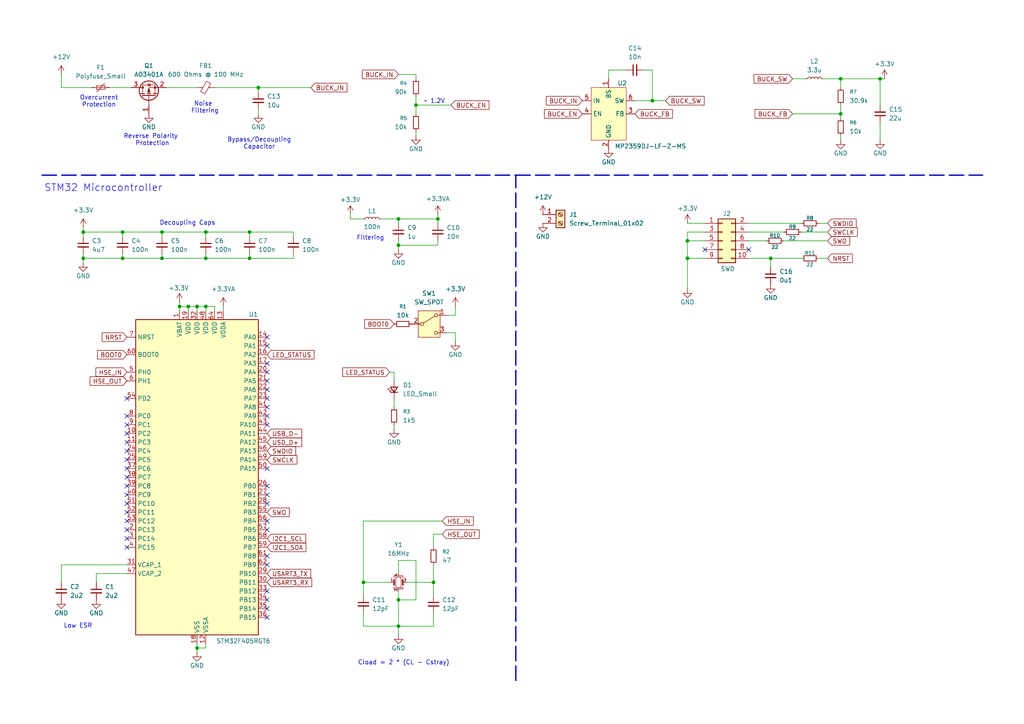
<source format=kicad_sch>
(kicad_sch (version 20250114) (generator "eeschema") (generator_version "9.0")
  (paper "A4")
  (title_block (title "STM32F405RGT6 Simple Test Board") (date "2025-11-04") (rev "1.0") (company "@Lendzeg - Nelson Rodriguez"))
  (lib_symbols
    (symbol "Connector:Screw_Terminal_01x02" (pin_names (offset 1.016) (hide yes))
      (property "Reference" "J" (at 0 2.54 0))
      (property "Value" "Screw_Terminal_01x02" (at 0 -5.08 0))
      (symbol "Screw_Terminal_01x02_1_1"
        (rectangle (start -1.27 1.27) (end 1.27 -3.81) (stroke (width 0.254)) (fill (type background)))
        (polyline (pts (xy -0.5334 0.3302) (xy 0.3302 -0.508)) (stroke (width 0.1524)))
        (polyline (pts (xy -0.5334 -2.2098) (xy 0.3302 -3.048)) (stroke (width 0.1524)))
        (polyline (pts (xy -0.3556 0.508) (xy 0.508 -0.3302)) (stroke (width 0.1524)))
        (polyline (pts (xy -0.3556 -2.032) (xy 0.508 -2.8702)) (stroke (width 0.1524)))
        (circle (center 0 0) (radius 0.635) (stroke (width 0.1524)))
        (circle (center 0 -2.54) (radius 0.635) (stroke (width 0.1524)))
        (pin passive line (at -5.08 0 0) (length 3.81) (name "Pin_1") (number "1"))
        (pin passive line (at -5.08 -2.54 0) (length 3.81) (name "Pin_2") (number "2"))
      )
    )
    (symbol "Connector_Generic:Conn_02x05_Odd_Even" (pin_names (offset 1.016) (hide yes))
      (property "Reference" "J" (at 1.27 7.62 0))
      (property "Value" "Conn_02x05_Odd_Even" (at 1.27 -7.62 0))
      (symbol "Conn_02x05_Odd_Even_1_1"
        (rectangle (start -1.27 6.35) (end 3.81 -6.35) (stroke (width 0.254)) (fill (type background)))
        (rectangle (start -1.27 5.207) (end 0 4.953) (stroke (width 0.1524)))
        (rectangle (start -1.27 2.667) (end 0 2.413) (stroke (width 0.1524)))
        (rectangle (start -1.27 0.127) (end 0 -0.127) (stroke (width 0.1524)))
        (rectangle (start -1.27 -2.413) (end 0 -2.667) (stroke (width 0.1524)))
        (rectangle (start -1.27 -4.953) (end 0 -5.207) (stroke (width 0.1524)))
        (rectangle (start 3.81 5.207) (end 2.54 4.953) (stroke (width 0.1524)))
        (rectangle (start 3.81 2.667) (end 2.54 2.413) (stroke (width 0.1524)))
        (rectangle (start 3.81 0.127) (end 2.54 -0.127) (stroke (width 0.1524)))
        (rectangle (start 3.81 -2.413) (end 2.54 -2.667) (stroke (width 0.1524)))
        (rectangle (start 3.81 -4.953) (end 2.54 -5.207) (stroke (width 0.1524)))
        (pin passive line (at -5.08 5.08 0) (length 3.81) (name "Pin_1") (number "1"))
        (pin passive line (at -5.08 2.54 0) (length 3.81) (name "Pin_3") (number "3"))
        (pin passive line (at -5.08 0 0) (length 3.81) (name "Pin_5") (number "5"))
        (pin passive line (at -5.08 -2.54 0) (length 3.81) (name "Pin_7") (number "7"))
        (pin passive line (at -5.08 -5.08 0) (length 3.81) (name "Pin_9") (number "9"))
        (pin passive line (at 7.62 5.08 180) (length 3.81) (name "Pin_2") (number "2"))
        (pin passive line (at 7.62 2.54 180) (length 3.81) (name "Pin_4") (number "4"))
        (pin passive line (at 7.62 0 180) (length 3.81) (name "Pin_6") (number "6"))
        (pin passive line (at 7.62 -2.54 180) (length 3.81) (name "Pin_8") (number "8"))
        (pin passive line (at 7.62 -5.08 180) (length 3.81) (name "Pin_10") (number "10"))
      )
    )
    (symbol "Device:C_Small" (pin_numbers (hide yes)) (pin_names (offset 0.254) (hide yes))
      (property "Reference" "C" (at 0.254 1.778 0))
      (property "Value" "C_Small" (at 0.254 -2.032 0))
      (symbol "C_Small_0_1"
        (polyline (pts (xy -1.524 0.508) (xy 1.524 0.508)) (stroke (width 0.3048)))
        (polyline (pts (xy -1.524 -0.508) (xy 1.524 -0.508)) (stroke (width 0.3302)))
      )
      (symbol "C_Small_1_1"
        (pin passive line (at 0 2.54 270) (length 2.032) (name "~") (number "1"))
        (pin passive line (at 0 -2.54 90) (length 2.032) (name "~") (number "2"))
      )
    )
    (symbol "Device:Crystal_GND24_Small" (pin_names (offset 1.016) (hide yes))
      (property "Reference" "Y" (at 1.27 4.445 0))
      (property "Value" "Crystal_GND24_Small" (at 1.27 2.54 0))
      (symbol "Crystal_GND24_Small_0_1"
        (polyline (pts (xy -1.27 1.27) (xy -1.27 1.905) (xy 1.27 1.905) (xy 1.27 1.27)))
        (polyline (pts (xy -1.27 -0.762) (xy -1.27 0.762)) (stroke (width 0.381)))
        (polyline (pts (xy -1.27 -1.27) (xy -1.27 -1.905) (xy 1.27 -1.905) (xy 1.27 -1.27)))
        (rectangle (start -0.762 -1.524) (end 0.762 1.524))
        (polyline (pts (xy 1.27 -0.762) (xy 1.27 0.762)) (stroke (width 0.381)))
      )
      (symbol "Crystal_GND24_Small_1_1"
        (pin passive line (at -2.54 0 0) (length 1.27) (name "1") (number "1"))
        (pin passive line (at 0 2.54 270) (length 0.635) (name "4") (number "4"))
        (pin passive line (at 0 -2.54 90) (length 0.635) (name "2") (number "2"))
        (pin passive line (at 2.54 0 180) (length 1.27) (name "3") (number "3"))
      )
    )
    (symbol "Device:FerriteBead_Small" (pin_numbers (hide yes)) (pin_names (offset 0))
      (property "Reference" "FB" (at 1.905 1.27 0))
      (property "Value" "FerriteBead_Small" (at 1.905 -1.27 0))
      (symbol "FerriteBead_Small_0_1"
        (polyline (pts (xy -1.8288 0.2794) (xy -1.1176 1.4986) (xy 1.8288 -0.2032) (xy 1.1176 -1.4224) (xy -1.8288 0.2794)))
        (polyline (pts (xy 0 0.889) (xy 0 1.2954)))
        (polyline (pts (xy 0 -1.27) (xy 0 -0.7874)))
      )
      (symbol "FerriteBead_Small_1_1"
        (pin passive line (at 0 2.54 270) (length 1.27) (name "~") (number "1"))
        (pin passive line (at 0 -2.54 90) (length 1.27) (name "~") (number "2"))
      )
    )
    (symbol "Device:LED_Small" (pin_numbers (hide yes)) (pin_names (offset 0.254) (hide yes))
      (property "Reference" "D" (at -1.27 3.175 0))
      (property "Value" "LED_Small" (at -4.445 -2.54 0))
      (symbol "LED_Small_0_1"
        (polyline (pts (xy -0.762 -1.016) (xy -0.762 1.016)) (stroke (width 0.254)))
        (polyline (pts (xy 0 0.762) (xy -0.508 1.27) (xy -0.254 1.27) (xy -0.508 1.27) (xy -0.508 1.016)))
        (polyline (pts (xy 0.508 1.27) (xy 0 1.778) (xy 0.254 1.778) (xy 0 1.778) (xy 0 1.524)))
        (polyline (pts (xy 0.762 -1.016) (xy -0.762 0) (xy 0.762 1.016) (xy 0.762 -1.016)) (stroke (width 0.254)))
        (polyline (pts (xy 1.016 0) (xy -0.762 0)))
      )
      (symbol "LED_Small_1_1"
        (pin passive line (at -2.54 0 0) (length 1.778) (name "K") (number "1"))
        (pin passive line (at 2.54 0 180) (length 1.778) (name "A") (number "2"))
      )
    )
    (symbol "Device:L_Small" (pin_numbers (hide yes)) (pin_names (offset 0.254) (hide yes))
      (property "Reference" "L" (at 0.762 1.016 0))
      (property "Value" "L_Small" (at 0.762 -1.016 0))
      (symbol "L_Small_0_1"
        (arc (start 0 2.032) (mid 0.5058 1.524) (end 0 1.016))
        (arc (start 0 1.016) (mid 0.5058 0.508) (end 0 0))
        (arc (start 0 0) (mid 0.5058 -0.508) (end 0 -1.016))
        (arc (start 0 -1.016) (mid 0.5058 -1.524) (end 0 -2.032))
      )
      (symbol "L_Small_1_1"
        (pin passive line (at 0 2.54 270) (length 0.508) (name "~") (number "1"))
        (pin passive line (at 0 -2.54 90) (length 0.508) (name "~") (number "2"))
      )
    )
    (symbol "Device:Polyfuse_Small" (pin_numbers (hide yes)) (pin_names (offset 0))
      (property "Reference" "F" (at -1.905 0 90))
      (property "Value" "Polyfuse_Small" (at 1.905 0 90))
      (symbol "Polyfuse_Small_0_1"
        (polyline (pts (xy -1.016 1.27) (xy -1.016 0.762) (xy 1.016 -0.762) (xy 1.016 -1.27)))
        (rectangle (start -0.508 1.27) (end 0.508 -1.27))
        (polyline (pts (xy 0 2.54) (xy 0 -2.54)))
      )
      (symbol "Polyfuse_Small_1_1"
        (pin passive line (at 0 2.54 270) (length 0.635) (name "~") (number "1"))
        (pin passive line (at 0 -2.54 90) (length 0.635) (name "~") (number "2"))
      )
    )
    (symbol "Device:R_Small" (pin_numbers (hide yes)) (pin_names (offset 0.254) (hide yes))
      (property "Reference" "R" (at 0 0 90))
      (property "Value" "R_Small" (at 1.778 0 90))
      (symbol "R_Small_0_1"
        (rectangle (start -0.762 1.778) (end 0.762 -1.778) (stroke (width 0.2032)))
      )
      (symbol "R_Small_1_1"
        (pin passive line (at 0 2.54 270) (length 0.762) (name "~") (number "1"))
        (pin passive line (at 0 -2.54 90) (length 0.762) (name "~") (number "2"))
      )
    )
    (symbol "Lendzeg_Converters:MP2359DJ-LF-Z-MS"
      (property "Reference" "U" (at 11.684 5.08 0))
      (property "Value" "MP2359DJ-LF-Z-MS" (at 19.558 -13.208 0))
      (symbol "MP2359DJ-LF-Z-MS_1_1"
        (rectangle (start 2.54 3.81) (end 12.7 -11.43) (stroke (width 0.127) (color 132 0 0 1)) (fill (type color) (color 255 255 194 1)))
        (pin input line (at 0 0 0) (length 2.54) (name "IN") (number "5"))
        (pin input line (at 0 -3.81 0) (length 2.54) (name "EN") (number "4"))
        (pin input line (at 7.62 6.35 270) (length 2.54) (name "BS") (number "1"))
        (pin power_in line (at 7.62 -13.97 90) (length 2.54) (name "GND") (number "2"))
        (pin output line (at 15.24 0 180) (length 2.54) (name "SW") (number "6"))
        (pin input line (at 15.24 -3.81 180) (length 2.54) (name "FB") (number "3"))
      )
    )
    (symbol "MCU_ST_STM32F4:STM32F405RGTx"
      (property "Reference" "U" (at -17.78 46.99 0))
      (property "Value" "STM32F405RGTx" (at 10.16 46.99 0))
      (symbol "STM32F405RGTx_0_1"
        (rectangle (start -17.78 -45.72) (end 17.78 45.72) (stroke (width 0.254)) (fill (type background)))
      )
      (symbol "STM32F405RGTx_1_1"
        (pin input line (at -20.32 40.64 0) (length 2.54) (name "NRST") (number "7"))
        (pin input line (at -20.32 35.56 0) (length 2.54) (name "BOOT0") (number "60"))
        (pin bidirectional line (at -20.32 30.48 0) (length 2.54) (name "PH0") (number "5"))
        (pin bidirectional line (at -20.32 27.94 0) (length 2.54) (name "PH1") (number "6"))
        (pin bidirectional line (at -20.32 22.86 0) (length 2.54) (name "PD2") (number "54"))
        (pin bidirectional line (at -20.32 17.78 0) (length 2.54) (name "PC0") (number "8"))
        (pin bidirectional line (at -20.32 15.24 0) (length 2.54) (name "PC1") (number "9"))
        (pin bidirectional line (at -20.32 12.7 0) (length 2.54) (name "PC2") (number "10"))
        (pin bidirectional line (at -20.32 10.16 0) (length 2.54) (name "PC3") (number "11"))
        (pin bidirectional line (at -20.32 7.62 0) (length 2.54) (name "PC4") (number "24"))
        (pin bidirectional line (at -20.32 5.08 0) (length 2.54) (name "PC5") (number "25"))
        (pin bidirectional line (at -20.32 2.54 0) (length 2.54) (name "PC6") (number "37"))
        (pin bidirectional line (at -20.32 0 0) (length 2.54) (name "PC7") (number "38"))
        (pin bidirectional line (at -20.32 -2.54 0) (length 2.54) (name "PC8") (number "39"))
        (pin bidirectional line (at -20.32 -5.08 0) (length 2.54) (name "PC9") (number "40"))
        (pin bidirectional line (at -20.32 -7.62 0) (length 2.54) (name "PC10") (number "51"))
        (pin bidirectional line (at -20.32 -10.16 0) (length 2.54) (name "PC11") (number "52"))
        (pin bidirectional line (at -20.32 -12.7 0) (length 2.54) (name "PC12") (number "53"))
        (pin bidirectional line (at -20.32 -15.24 0) (length 2.54) (name "PC13") (number "2"))
        (pin bidirectional line (at -20.32 -17.78 0) (length 2.54) (name "PC14") (number "3"))
        (pin bidirectional line (at -20.32 -20.32 0) (length 2.54) (name "PC15") (number "4"))
        (pin power_out line (at -20.32 -25.4 0) (length 2.54) (name "VCAP_1") (number "31"))
        (pin power_out line (at -20.32 -27.94 0) (length 2.54) (name "VCAP_2") (number "47"))
        (pin power_in line (at -5.08 48.26 270) (length 2.54) (name "VBAT") (number "1"))
        (pin power_in line (at -2.54 48.26 270) (length 2.54) (name "VDD") (number "19"))
        (pin power_in line (at 0 48.26 270) (length 2.54) (name "VDD") (number "32"))
        (pin power_in line (at 0 -48.26 90) (length 2.54) (name "VSS") (number "18"))
        (pin passive line (at 0 -48.26 90) (length 2.54) (hide yes) (name "VSS") (number "63"))
        (pin power_in line (at 2.54 48.26 270) (length 2.54) (name "VDD") (number "48"))
        (pin power_in line (at 2.54 -48.26 90) (length 2.54) (name "VSSA") (number "12"))
        (pin power_in line (at 5.08 48.26 270) (length 2.54) (name "VDD") (number "64"))
        (pin power_in line (at 7.62 48.26 270) (length 2.54) (name "VDDA") (number "13"))
        (pin bidirectional line (at 20.32 40.64 180) (length 2.54) (name "PA0") (number "14"))
        (pin bidirectional line (at 20.32 38.1 180) (length 2.54) (name "PA1") (number "15"))
        (pin bidirectional line (at 20.32 35.56 180) (length 2.54) (name "PA2") (number "16"))
        (pin bidirectional line (at 20.32 33.02 180) (length 2.54) (name "PA3") (number "17"))
        (pin bidirectional line (at 20.32 30.48 180) (length 2.54) (name "PA4") (number "20"))
        (pin bidirectional line (at 20.32 27.94 180) (length 2.54) (name "PA5") (number "21"))
        (pin bidirectional line (at 20.32 25.4 180) (length 2.54) (name "PA6") (number "22"))
        (pin bidirectional line (at 20.32 22.86 180) (length 2.54) (name "PA7") (number "23"))
        (pin bidirectional line (at 20.32 20.32 180) (length 2.54) (name "PA8") (number "41"))
        (pin bidirectional line (at 20.32 17.78 180) (length 2.54) (name "PA9") (number "42"))
        (pin bidirectional line (at 20.32 15.24 180) (length 2.54) (name "PA10") (number "43"))
        (pin bidirectional line (at 20.32 12.7 180) (length 2.54) (name "PA11") (number "44"))
        (pin bidirectional line (at 20.32 10.16 180) (length 2.54) (name "PA12") (number "45"))
        (pin bidirectional line (at 20.32 7.62 180) (length 2.54) (name "PA13") (number "46"))
        (pin bidirectional line (at 20.32 5.08 180) (length 2.54) (name "PA14") (number "49"))
        (pin bidirectional line (at 20.32 2.54 180) (length 2.54) (name "PA15") (number "50"))
        (pin bidirectional line (at 20.32 -2.54 180) (length 2.54) (name "PB0") (number "26"))
        (pin bidirectional line (at 20.32 -5.08 180) (length 2.54) (name "PB1") (number "27"))
        (pin bidirectional line (at 20.32 -7.62 180) (length 2.54) (name "PB2") (number "28"))
        (pin bidirectional line (at 20.32 -10.16 180) (length 2.54) (name "PB3") (number "55"))
        (pin bidirectional line (at 20.32 -12.7 180) (length 2.54) (name "PB4") (number "56"))
        (pin bidirectional line (at 20.32 -15.24 180) (length 2.54) (name "PB5") (number "57"))
        (pin bidirectional line (at 20.32 -17.78 180) (length 2.54) (name "PB6") (number "58"))
        (pin bidirectional line (at 20.32 -20.32 180) (length 2.54) (name "PB7") (number "59"))
        (pin bidirectional line (at 20.32 -22.86 180) (length 2.54) (name "PB8") (number "61"))
        (pin bidirectional line (at 20.32 -25.4 180) (length 2.54) (name "PB9") (number "62"))
        (pin bidirectional line (at 20.32 -27.94 180) (length 2.54) (name "PB10") (number "29"))
        (pin bidirectional line (at 20.32 -30.48 180) (length 2.54) (name "PB11") (number "30"))
        (pin bidirectional line (at 20.32 -33.02 180) (length 2.54) (name "PB12") (number "33"))
        (pin bidirectional line (at 20.32 -35.56 180) (length 2.54) (name "PB13") (number "34"))
        (pin bidirectional line (at 20.32 -38.1 180) (length 2.54) (name "PB14") (number "35"))
        (pin bidirectional line (at 20.32 -40.64 180) (length 2.54) (name "PB15") (number "36"))
      )
    )
    (symbol "Switch:SW_SPDT" (pin_names (offset 0) (hide yes))
      (property "Reference" "SW" (at 0 5.08 0))
      (property "Value" "SW_SPDT" (at 0 -5.08 0))
      (symbol "SW_SPDT_0_1"
        (circle (center -2.032 0) (radius 0.4572))
        (polyline (pts (xy -1.651 0.254) (xy 1.651 2.286)))
        (circle (center 2.032 2.54) (radius 0.4572))
        (circle (center 2.032 -2.54) (radius 0.4572))
      )
      (symbol "SW_SPDT_1_1"
        (rectangle (start -3.175 3.81) (end 3.175 -3.81) (fill (type background)))
        (pin passive line (at -5.08 0 0) (length 2.54) (name "B") (number "2"))
        (pin passive line (at 5.08 2.54 180) (length 2.54) (name "A") (number "1"))
        (pin passive line (at 5.08 -2.54 180) (length 2.54) (name "C") (number "3"))
      )
    )
    (symbol "Transistor_FET:AO3401A" (pin_names (hide yes))
      (property "Reference" "Q" (at 5.08 1.905 0))
      (property "Value" "AO3401A" (at 5.08 0 0))
      (symbol "AO3401A_0_1"
        (polyline (pts (xy 0.254 1.905) (xy 0.254 -1.905)) (stroke (width 0.254)))
        (polyline (pts (xy 0.254 0) (xy -2.54 0)))
        (polyline (pts (xy 0.762 2.286) (xy 0.762 1.27)) (stroke (width 0.254)))
        (polyline (pts (xy 0.762 1.778) (xy 3.302 1.778) (xy 3.302 -1.778) (xy 0.762 -1.778)))
        (polyline (pts (xy 0.762 0.508) (xy 0.762 -0.508)) (stroke (width 0.254)))
        (polyline (pts (xy 0.762 -1.27) (xy 0.762 -2.286)) (stroke (width 0.254)))
        (circle (center 1.651 0) (radius 2.794) (stroke (width 0.254)))
        (polyline (pts (xy 2.286 0) (xy 1.27 0.381) (xy 1.27 -0.381) (xy 2.286 0)) (fill (type outline)))
        (polyline (pts (xy 2.54 2.54) (xy 2.54 1.778)))
        (circle (center 2.54 1.778) (radius 0.254) (fill (type outline)))
        (circle (center 2.54 -1.778) (radius 0.254) (fill (type outline)))
        (polyline (pts (xy 2.54 -2.54) (xy 2.54 0) (xy 0.762 0)))
        (polyline (pts (xy 2.794 -0.508) (xy 2.921 -0.381) (xy 3.683 -0.381) (xy 3.81 -0.254)))
        (polyline (pts (xy 3.302 -0.381) (xy 2.921 0.254) (xy 3.683 0.254) (xy 3.302 -0.381)))
      )
      (symbol "AO3401A_1_1"
        (pin input line (at -5.08 0 0) (length 2.54) (name "G") (number "1"))
        (pin passive line (at 2.54 5.08 270) (length 2.54) (name "D") (number "3"))
        (pin passive line (at 2.54 -5.08 90) (length 2.54) (name "S") (number "2"))
      )
    )
    (symbol "power:+12V" (power) (pin_numbers (hide yes)) (pin_names (offset 0) (hide yes))
      (property "Value" "+12V" (at 0 3.556 0))
      (symbol "+12V_0_1"
        (polyline (pts (xy -0.762 1.27) (xy 0 2.54)))
        (polyline (pts (xy 0 2.54) (xy 0.762 1.27)))
        (polyline (pts (xy 0 0) (xy 0 2.54)))
      )
      (symbol "+12V_1_1"
        (pin power_in line (at 0 0 90) (length 0) (name "~") (number "1"))
      )
    )
    (symbol "power:+3.3V" (power) (pin_numbers (hide yes)) (pin_names (offset 0) (hide yes))
      (property "Value" "+3.3V" (at 0 3.556 0))
      (symbol "+3.3V_0_1"
        (polyline (pts (xy -0.762 1.27) (xy 0 2.54)))
        (polyline (pts (xy 0 2.54) (xy 0.762 1.27)))
        (polyline (pts (xy 0 0) (xy 0 2.54)))
      )
      (symbol "+3.3V_1_1"
        (pin power_in line (at 0 0 90) (length 0) (name "~") (number "1"))
      )
    )
    (symbol "power:+3.3VA" (power) (pin_numbers (hide yes)) (pin_names (offset 0) (hide yes))
      (property "Value" "+3.3VA" (at 0 3.556 0))
      (symbol "+3.3VA_0_1"
        (polyline (pts (xy -0.762 1.27) (xy 0 2.54)))
        (polyline (pts (xy 0 2.54) (xy 0.762 1.27)))
        (polyline (pts (xy 0 0) (xy 0 2.54)))
      )
      (symbol "+3.3VA_1_1"
        (pin power_in line (at 0 0 90) (length 0) (name "~") (number "1"))
      )
    )
    (symbol "power:GND" (power) (pin_numbers (hide yes)) (pin_names (offset 0) (hide yes))
      (property "Value" "GND" (at 0 -3.81 0))
      (symbol "GND_0_1"
        (polyline (pts (xy 0 0) (xy 0 -1.27) (xy 1.27 -1.27) (xy 0 -2.54) (xy -1.27 -1.27) (xy 0 -1.27)))
      )
      (symbol "GND_1_1"
        (pin power_in line (at 0 0 270) (length 0) (name "~") (number "1"))
      )
    )
  )
  (text "STM32 Microcontroller" (at 29.972 54.61 0) (effects (font (size 2.032 2.032))))
  (text "Low ESR" (at 22.606 181.61 0) (effects (font (size 1.27 1.27))))
  (text "Overcurrent\nProtection" (at 28.702 29.464 0) (effects (font (size 1.27 1.27))))
  (text "Bypass/Decoupling\nCapacitor" (at 75.184 41.656 0) (effects (font (size 1.27 1.27))))
  (text "~ 1.2V" (at 125.984 29.464 0) (effects (font (size 1.27 1.27))))
  (text "Decoupling Caps" (at 54.356 64.77 0) (effects (font (size 1.27 1.27))))
  (text "Filtering" (at 107.442 69.088 0) (effects (font (size 1.27 1.27))))
  (text "Cload = 2 * (CL - Cstray)" (at 117.094 192.278 0) (effects (font (size 1.27 1.27))))
  (text "Noise \nFiltering" (at 59.436 31.242 0) (effects (font (size 1.27 1.27))))
  (text "Reverse Polarity \nProtection" (at 44.196 40.64 0) (effects (font (size 1.27 1.27))))
  (junction (at 46.99 67.31))
  (junction (at 243.84 33.02))
  (junction (at 24.13 74.93))
  (junction (at 189.23 29.21))
  (junction (at 243.84 22.86))
  (junction (at 35.56 67.31))
  (junction (at 72.39 74.93))
  (junction (at 105.41 168.91))
  (junction (at 199.39 74.93))
  (junction (at 52.07 88.9))
  (junction (at 46.99 74.93))
  (junction (at 115.57 181.61))
  (junction (at 115.57 71.12))
  (junction (at 115.57 173.99))
  (junction (at 72.39 67.31))
  (junction (at 59.69 88.9))
  (junction (at 59.69 74.93))
  (junction (at 125.73 168.91))
  (junction (at 127 63.5))
  (junction (at 24.13 67.31))
  (junction (at 54.61 88.9))
  (junction (at 59.69 67.31))
  (junction (at 115.57 63.5))
  (junction (at 223.52 74.93))
  (junction (at 199.39 69.85))
  (junction (at 74.93 25.4))
  (junction (at 120.65 30.48))
  (junction (at 57.15 187.96))
  (junction (at 255.27 22.86))
  (junction (at 57.15 88.9))
  (junction (at 35.56 74.93))
  (no_connect (at 36.83 146.05))
  (no_connect (at 77.47 161.29))
  (no_connect (at 36.83 138.43))
  (no_connect (at 77.47 107.95))
  (no_connect (at 36.83 125.73))
  (no_connect (at 36.83 135.89))
  (no_connect (at 36.83 115.57))
  (no_connect (at 36.83 133.35))
  (no_connect (at 77.47 146.05))
  (no_connect (at 77.47 140.97))
  (no_connect (at 77.47 135.89))
  (no_connect (at 36.83 128.27))
  (no_connect (at 77.47 105.41))
  (no_connect (at 77.47 110.49))
  (no_connect (at 77.47 113.03))
  (no_connect (at 36.83 123.19))
  (no_connect (at 77.47 120.65))
  (no_connect (at 36.83 120.65))
  (no_connect (at 77.47 163.83))
  (no_connect (at 36.83 151.13))
  (no_connect (at 77.47 171.45))
  (no_connect (at 36.83 140.97))
  (no_connect (at 36.83 158.75))
  (no_connect (at 77.47 173.99))
  (no_connect (at 77.47 115.57))
  (no_connect (at 77.47 176.53))
  (no_connect (at 36.83 153.67))
  (no_connect (at 77.47 143.51))
  (no_connect (at 77.47 151.13))
  (no_connect (at 77.47 118.11))
  (no_connect (at 77.47 123.19))
  (no_connect (at 204.47 72.39))
  (no_connect (at 217.17 72.39))
  (no_connect (at 36.83 130.81))
  (no_connect (at 77.47 100.33))
  (no_connect (at 77.47 179.07))
  (no_connect (at 36.83 148.59))
  (no_connect (at 36.83 143.51))
  (no_connect (at 36.83 156.21))
  (no_connect (at 77.47 153.67))
  (no_connect (at 77.47 97.79))
  (polyline (pts (xy 149.606 197.358) (xy 149.606 50.8)) (stroke (width 0.381) (type dash)))
  (wire (pts (xy 57.15 187.96) (xy 57.15 189.23)))
  (wire (pts (xy 57.15 186.69) (xy 57.15 187.96)))
  (wire (pts (xy 24.13 66.04) (xy 24.13 67.31)))
  (wire (pts (xy 72.39 73.66) (xy 72.39 74.93)))
  (wire (pts (xy 238.76 22.86) (xy 243.84 22.86)))
  (wire (pts (xy 125.73 154.94) (xy 128.27 154.94)))
  (wire (pts (xy 204.47 69.85) (xy 199.39 69.85)))
  (wire (pts (xy 255.27 22.86) (xy 256.54 22.86)))
  (wire (pts (xy 189.23 20.32) (xy 189.23 29.21)))
  (wire (pts (xy 120.65 30.48) (xy 130.81 30.48)))
  (wire (pts (xy 57.15 88.9) (xy 59.69 88.9)))
  (wire (pts (xy 243.84 40.64) (xy 243.84 39.37)))
  (wire (pts (xy 59.69 186.69) (xy 59.69 187.96)))
  (wire (pts (xy 59.69 68.58) (xy 59.69 67.31)))
  (wire (pts (xy 176.53 20.32) (xy 181.61 20.32)))
  (wire (pts (xy 35.56 67.31) (xy 46.99 67.31)))
  (wire (pts (xy 217.17 74.93) (xy 223.52 74.93)))
  (wire (pts (xy 232.41 67.31) (xy 240.03 67.31)))
  (wire (pts (xy 132.08 91.44) (xy 132.08 88.9)))
  (wire (pts (xy 59.69 187.96) (xy 57.15 187.96)))
  (wire (pts (xy 115.57 69.85) (xy 115.57 71.12)))
  (wire (pts (xy 204.47 64.77) (xy 199.39 64.77)))
  (wire (pts (xy 115.57 166.37) (xy 115.57 162.56)))
  (wire (pts (xy 120.65 21.59) (xy 120.65 22.86)))
  (wire (pts (xy 115.57 71.12) (xy 115.57 72.39)))
  (polyline (pts (xy 149.606 50.8) (xy 284.988 50.8)) (stroke (width 0.381) (type dash)))
  (wire (pts (xy 120.65 173.99) (xy 115.57 173.99)))
  (wire (pts (xy 74.93 31.75) (xy 74.93 33.02)))
  (wire (pts (xy 31.75 25.4) (xy 38.1 25.4)))
  (wire (pts (xy 46.99 68.58) (xy 46.99 67.31)))
  (wire (pts (xy 199.39 74.93) (xy 199.39 83.82)))
  (wire (pts (xy 46.99 73.66) (xy 46.99 74.93)))
  (wire (pts (xy 223.52 77.47) (xy 223.52 74.93)))
  (wire (pts (xy 243.84 22.86) (xy 243.84 25.4)))
  (wire (pts (xy 52.07 88.9) (xy 52.07 90.17)))
  (wire (pts (xy 72.39 67.31) (xy 85.09 67.31)))
  (wire (pts (xy 62.23 25.4) (xy 74.93 25.4)))
  (wire (pts (xy 118.11 168.91) (xy 125.73 168.91)))
  (wire (pts (xy 35.56 74.93) (xy 35.56 73.66)))
  (wire (pts (xy 24.13 73.66) (xy 24.13 74.93)))
  (wire (pts (xy 186.69 20.32) (xy 189.23 20.32)))
  (wire (pts (xy 243.84 22.86) (xy 255.27 22.86)))
  (wire (pts (xy 125.73 168.91) (xy 125.73 172.72)))
  (wire (pts (xy 176.53 22.86) (xy 176.53 20.32)))
  (wire (pts (xy 24.13 67.31) (xy 24.13 68.58)))
  (wire (pts (xy 105.41 172.72) (xy 105.41 168.91)))
  (wire (pts (xy 36.83 163.83) (xy 17.78 163.83)))
  (wire (pts (xy 27.94 166.37) (xy 27.94 168.91)))
  (wire (pts (xy 62.23 88.9) (xy 62.23 90.17)))
  (wire (pts (xy 127 63.5) (xy 127 64.77)))
  (wire (pts (xy 115.57 63.5) (xy 127 63.5)))
  (wire (pts (xy 113.03 107.95) (xy 114.3 107.95)))
  (wire (pts (xy 120.65 30.48) (xy 120.65 33.02)))
  (wire (pts (xy 24.13 67.31) (xy 35.56 67.31)))
  (wire (pts (xy 17.78 21.59) (xy 17.78 25.4)))
  (wire (pts (xy 57.15 90.17) (xy 57.15 88.9)))
  (wire (pts (xy 59.69 73.66) (xy 59.69 74.93)))
  (wire (pts (xy 59.69 90.17) (xy 59.69 88.9)))
  (wire (pts (xy 59.69 67.31) (xy 72.39 67.31)))
  (wire (pts (xy 128.27 151.13) (xy 105.41 151.13)))
  (wire (pts (xy 85.09 67.31) (xy 85.09 68.58)))
  (wire (pts (xy 35.56 67.31) (xy 35.56 68.58)))
  (wire (pts (xy 132.08 96.52) (xy 132.08 99.06)))
  (wire (pts (xy 217.17 69.85) (xy 222.25 69.85)))
  (wire (pts (xy 115.57 71.12) (xy 127 71.12)))
  (wire (pts (xy 74.93 25.4) (xy 74.93 26.67)))
  (wire (pts (xy 127 62.23) (xy 127 63.5)))
  (wire (pts (xy 46.99 67.31) (xy 59.69 67.31)))
  (wire (pts (xy 129.54 91.44) (xy 132.08 91.44)))
  (wire (pts (xy 17.78 163.83) (xy 17.78 168.91)))
  (wire (pts (xy 193.04 29.21) (xy 189.23 29.21)))
  (wire (pts (xy 120.65 162.56) (xy 120.65 173.99)))
  (wire (pts (xy 237.49 74.93) (xy 240.03 74.93)))
  (wire (pts (xy 105.41 168.91) (xy 113.03 168.91)))
  (wire (pts (xy 189.23 29.21) (xy 184.15 29.21)))
  (wire (pts (xy 59.69 88.9) (xy 62.23 88.9)))
  (wire (pts (xy 115.57 64.77) (xy 115.57 63.5)))
  (wire (pts (xy 229.87 33.02) (xy 243.84 33.02)))
  (wire (pts (xy 120.65 27.94) (xy 120.65 30.48)))
  (wire (pts (xy 46.99 74.93) (xy 59.69 74.93)))
  (wire (pts (xy 54.61 88.9) (xy 57.15 88.9)))
  (wire (pts (xy 48.26 25.4) (xy 57.15 25.4)))
  (wire (pts (xy 217.17 67.31) (xy 227.33 67.31)))
  (wire (pts (xy 243.84 30.48) (xy 243.84 33.02)))
  (wire (pts (xy 101.6 62.23) (xy 101.6 63.5)))
  (wire (pts (xy 223.52 74.93) (xy 232.41 74.93)))
  (wire (pts (xy 85.09 74.93) (xy 85.09 73.66)))
  (wire (pts (xy 35.56 74.93) (xy 46.99 74.93)))
  (wire (pts (xy 114.3 107.95) (xy 114.3 110.49)))
  (wire (pts (xy 129.54 96.52) (xy 132.08 96.52)))
  (wire (pts (xy 115.57 173.99) (xy 115.57 171.45)))
  (wire (pts (xy 72.39 68.58) (xy 72.39 67.31)))
  (wire (pts (xy 105.41 181.61) (xy 115.57 181.61)))
  (wire (pts (xy 54.61 90.17) (xy 54.61 88.9)))
  (wire (pts (xy 127 71.12) (xy 127 69.85)))
  (wire (pts (xy 101.6 63.5) (xy 105.41 63.5)))
  (wire (pts (xy 105.41 151.13) (xy 105.41 168.91)))
  (wire (pts (xy 125.73 158.75) (xy 125.73 154.94)))
  (wire (pts (xy 115.57 173.99) (xy 115.57 181.61)))
  (wire (pts (xy 64.77 88.9) (xy 64.77 90.17)))
  (wire (pts (xy 237.49 64.77) (xy 240.03 64.77)))
  (wire (pts (xy 125.73 181.61) (xy 125.73 177.8)))
  (wire (pts (xy 36.83 166.37) (xy 27.94 166.37)))
  (wire (pts (xy 114.3 123.19) (xy 114.3 124.46)))
  (wire (pts (xy 227.33 69.85) (xy 240.03 69.85)))
  (wire (pts (xy 243.84 33.02) (xy 243.84 34.29)))
  (wire (pts (xy 255.27 22.86) (xy 255.27 30.48)))
  (wire (pts (xy 24.13 74.93) (xy 35.56 74.93)))
  (wire (pts (xy 204.47 74.93) (xy 199.39 74.93)))
  (wire (pts (xy 110.49 63.5) (xy 115.57 63.5)))
  (wire (pts (xy 24.13 74.93) (xy 24.13 76.2)))
  (wire (pts (xy 204.47 67.31) (xy 199.39 67.31)))
  (wire (pts (xy 114.3 115.57) (xy 114.3 118.11)))
  (wire (pts (xy 232.41 64.77) (xy 217.17 64.77)))
  (wire (pts (xy 59.69 74.93) (xy 72.39 74.93)))
  (wire (pts (xy 115.57 181.61) (xy 125.73 181.61)))
  (wire (pts (xy 199.39 67.31) (xy 199.39 69.85)))
  (wire (pts (xy 115.57 181.61) (xy 115.57 184.15)))
  (wire (pts (xy 115.57 21.59) (xy 120.65 21.59)))
  (wire (pts (xy 105.41 177.8) (xy 105.41 181.61)))
  (wire (pts (xy 17.78 25.4) (xy 26.67 25.4)))
  (wire (pts (xy 255.27 35.56) (xy 255.27 40.64)))
  (wire (pts (xy 120.65 39.37) (xy 120.65 38.1)))
  (wire (pts (xy 74.93 25.4) (xy 90.17 25.4)))
  (polyline (pts (xy 12.192 50.8) (xy 149.606 50.8)) (stroke (width 0.381) (type dash)))
  (wire (pts (xy 72.39 74.93) (xy 85.09 74.93)))
  (wire (pts (xy 115.57 162.56) (xy 120.65 162.56)))
  (wire (pts (xy 229.87 22.86) (xy 233.68 22.86)))
  (wire (pts (xy 199.39 69.85) (xy 199.39 74.93)))
  (wire (pts (xy 52.07 87.63) (xy 52.07 88.9)))
  (wire (pts (xy 125.73 163.83) (xy 125.73 168.91)))
  (wire (pts (xy 52.07 88.9) (xy 54.61 88.9)))
  (global_label "LED_STATUS" (shape input) (at 77.47 102.87 0) (property "Intersheetrefs" "${INTERSHEET_REFS}" (effects (hide yes))))
  (global_label "BOOT0" (shape input) (at 36.83 102.87 180) (property "Intersheetrefs" "${INTERSHEET_REFS}" (effects (hide yes))))
  (global_label "USD_D+" (shape input) (at 77.47 128.27 0) (property "Intersheetrefs" "${INTERSHEET_REFS}" (effects (hide yes))))
  (global_label "LED_STATUS" (shape input) (at 113.03 107.95 180) (property "Intersheetrefs" "${INTERSHEET_REFS}" (effects (hide yes))))
  (global_label "I2C1_SCL" (shape input) (at 77.47 156.21 0) (property "Intersheetrefs" "${INTERSHEET_REFS}" (effects (hide yes))))
  (global_label "USB_D-" (shape input) (at 77.47 125.73 0) (property "Intersheetrefs" "${INTERSHEET_REFS}" (effects (hide yes))))
  (global_label "NRST" (shape input) (at 240.03 74.93 0) (property "Intersheetrefs" "${INTERSHEET_REFS}" (effects (hide yes))))
  (global_label "BUCK_FB" (shape input) (at 184.15 33.02 0) (property "Intersheetrefs" "${INTERSHEET_REFS}" (effects (hide yes))))
  (global_label "SWO" (shape input) (at 240.03 69.85 0) (property "Intersheetrefs" "${INTERSHEET_REFS}" (effects (hide yes))))
  (global_label "BUCK_EN" (shape input) (at 130.81 30.48 0) (property "Intersheetrefs" "${INTERSHEET_REFS}" (effects (hide yes))))
  (global_label "SWCLK" (shape input) (at 240.03 67.31 0) (property "Intersheetrefs" "${INTERSHEET_REFS}" (effects (hide yes))))
  (global_label "BUCK_FB" (shape input) (at 229.87 33.02 180) (property "Intersheetrefs" "${INTERSHEET_REFS}" (effects (hide yes))))
  (global_label "I2C1_SDA" (shape input) (at 77.47 158.75 0) (property "Intersheetrefs" "${INTERSHEET_REFS}" (effects (hide yes))))
  (global_label "USART3_RX" (shape input) (at 77.47 168.91 0) (property "Intersheetrefs" "${INTERSHEET_REFS}" (effects (hide yes))))
  (global_label "HSE_IN" (shape input) (at 128.27 151.13 0) (property "Intersheetrefs" "${INTERSHEET_REFS}" (effects (hide yes))))
  (global_label "BUCK_IN" (shape input) (at 115.57 21.59 180) (property "Intersheetrefs" "${INTERSHEET_REFS}" (effects (hide yes))))
  (global_label "BUCK_SW" (shape input) (at 193.04 29.21 0) (property "Intersheetrefs" "${INTERSHEET_REFS}" (effects (hide yes))))
  (global_label "BUCK_SW" (shape input) (at 229.87 22.86 180) (property "Intersheetrefs" "${INTERSHEET_REFS}" (effects (hide yes))))
  (global_label "SWDIO" (shape input) (at 77.47 130.81 0) (property "Intersheetrefs" "${INTERSHEET_REFS}" (effects (hide yes))))
  (global_label "HSE_OUT" (shape input) (at 128.27 154.94 0) (property "Intersheetrefs" "${INTERSHEET_REFS}" (effects (hide yes))))
  (global_label "USART3_TX" (shape input) (at 77.47 166.37 0) (property "Intersheetrefs" "${INTERSHEET_REFS}" (effects (hide yes))))
  (global_label "BUCK_IN" (shape input) (at 90.17 25.4 0) (property "Intersheetrefs" "${INTERSHEET_REFS}" (effects (hide yes))))
  (global_label "BUCK_EN" (shape input) (at 168.91 33.02 180) (property "Intersheetrefs" "${INTERSHEET_REFS}" (effects (hide yes))))
  (global_label "SWDIO" (shape input) (at 240.03 64.77 0) (property "Intersheetrefs" "${INTERSHEET_REFS}" (effects (hide yes))))
  (global_label "BOOT0" (shape input) (at 114.3 93.98 180) (property "Intersheetrefs" "${INTERSHEET_REFS}" (effects (hide yes))))
  (global_label "HSE_IN" (shape input) (at 36.83 107.95 180) (property "Intersheetrefs" "${INTERSHEET_REFS}" (effects (hide yes))))
  (global_label "SWO" (shape input) (at 77.47 148.59 0) (property "Intersheetrefs" "${INTERSHEET_REFS}" (effects (hide yes))))
  (global_label "BUCK_IN" (shape input) (at 168.91 29.21 180) (property "Intersheetrefs" "${INTERSHEET_REFS}" (effects (hide yes))))
  (global_label "HSE_OUT" (shape input) (at 36.83 110.49 180) (property "Intersheetrefs" "${INTERSHEET_REFS}" (effects (hide yes))))
  (global_label "SWCLK" (shape input) (at 77.47 133.35 0) (property "Intersheetrefs" "${INTERSHEET_REFS}" (effects (hide yes))))
  (global_label "NRST" (shape input) (at 36.83 97.79 180) (property "Intersheetrefs" "${INTERSHEET_REFS}" (effects (hide yes))))
  (symbol (lib_id "Device:R_Small") (at 229.87 67.31 90) (mirror x) (unit 1)
    (property "Reference" "R9" (at 230.886 65.786 90) (effects (font (size 1.016 1.016)) (justify left)))
    (property "Value" "22" (at 230.886 69.088 90) (effects (font (size 1.016 1.016)) (justify left)))
    (property "Description" "Resistor, small symbol" (effects (hide yes)))
  )
  (symbol (lib_id "Device:R_Small") (at 116.84 93.98 90) (unit 1)
    (property "Reference" "R1" (at 116.84 88.9 90) (effects (font (size 1.016 1.016))))
    (property "Value" "10k" (at 116.84 91.44 90))
    (property "Description" "Resistor, small symbol" (effects (hide yes)))
  )
  (symbol (lib_id "Device:C_Small") (at 24.13 71.12 0) (unit 1)
    (property "Reference" "C3" (at 26.67 69.8562 0) (effects (justify left)))
    (property "Value" "4u7" (at 26.67 72.3962 0) (effects (justify left)))
    (property "Description" "Unpolarized capacitor, small symbol" (effects (hide yes)))
  )
  (symbol (lib_id "power:GND") (at 43.18 33.02 0) (unit 1)
    (property "Reference" "#PWR017" (effects (hide yes)))
    (property "Value" "GND" (at 43.18 36.83 0))
    (property "Description" "Power symbol creates a global label with name \"GND\" , ground" (effects (hide yes)))
  )
  (symbol (lib_id "Device:R_Small") (at 114.3 120.65 0) (unit 1)
    (property "Reference" "R3" (at 116.84 119.3799 0) (effects (font (size 1.016 1.016)) (justify left)))
    (property "Value" "1k5" (at 116.84 121.9199 0) (effects (justify left)))
    (property "Description" "Resistor, small symbol" (effects (hide yes)))
  )
  (symbol (lib_id "Device:C_Small") (at 74.93 29.21 0) (unit 1)
    (property "Reference" "C13" (at 77.47 27.9462 0) (effects (justify left)))
    (property "Value" "10u" (at 77.47 30.4862 0) (effects (justify left)))
    (property "Description" "Unpolarized capacitor, small symbol" (effects (hide yes)))
  )
  (symbol (lib_id "Device:R_Small") (at 224.79 69.85 90) (mirror x) (unit 1)
    (property "Reference" "R10" (at 226.314 68.326 90) (effects (font (size 1.016 1.016)) (justify left)))
    (property "Value" "22" (at 225.806 71.628 90) (effects (font (size 1.016 1.016)) (justify left)))
    (property "Description" "Resistor, small symbol" (effects (hide yes)))
  )
  (symbol (lib_id "power:+3.3V") (at 157.48 62.23 0) (unit 1)
    (property "Reference" "#PWR021" (effects (hide yes)))
    (property "Value" "+12V" (at 157.48 57.15 0))
    (property "Description" "Power symbol creates a global label with name \"+3.3V\"" (effects (hide yes)))
  )
  (symbol (lib_id "power:GND") (at 57.15 189.23 0) (unit 1)
    (property "Reference" "#PWR03" (effects (hide yes)))
    (property "Value" "GND" (at 57.15 193.04 0))
    (property "Description" "Power symbol creates a global label with name \"GND\" , ground" (effects (hide yes)))
  )
  (symbol (lib_id "Device:C_Small") (at 46.99 71.12 0) (unit 1)
    (property "Reference" "C5" (at 49.53 69.8562 0) (effects (justify left)))
    (property "Value" "100n" (at 49.53 72.3962 0) (effects (justify left)))
    (property "Description" "Unpolarized capacitor, small symbol" (effects (hide yes)))
  )
  (symbol (lib_id "Device:C_Small") (at 17.78 171.45 0) (unit 1)
    (property "Reference" "C2" (at 20.32 170.1862 0) (effects (justify left)))
    (property "Value" "2u2" (at 20.32 172.7262 0) (effects (justify left)))
    (property "Description" "Unpolarized capacitor, small symbol" (effects (hide yes)))
  )
  (symbol (lib_id "power:GND") (at 132.08 99.06 0) (unit 1)
    (property "Reference" "#PWR07" (effects (hide yes)))
    (property "Value" "GND" (at 132.08 102.87 0))
    (property "Description" "Power symbol creates a global label with name \"GND\" , ground" (effects (hide yes)))
  )
  (symbol (lib_id "Device:R_Small") (at 120.65 35.56 0) (mirror y) (unit 1)
    (property "Reference" "R5" (at 118.11 34.2899 0) (effects (font (size 1.016 1.016)) (justify left)))
    (property "Value" "10k" (at 118.11 36.8299 0) (effects (justify left)))
    (property "Description" "Resistor, small symbol" (effects (hide yes)))
  )
  (symbol (lib_id "power:GND") (at 255.27 40.64 0) (unit 1)
    (property "Reference" "#PWR022" (effects (hide yes)))
    (property "Value" "GND" (at 255.27 44.45 0))
    (property "Description" "Power symbol creates a global label with name \"GND\" , ground" (effects (hide yes)))
  )
  (symbol (lib_id "MCU_ST_STM32F4:STM32F405RGTx") (at 57.15 138.43 0) (unit 1)
    (property "Reference" "U1" (at 72.136 91.186 0) (effects (justify left)))
    (property "Value" "STM32F405RGT6" (at 62.738 185.928 0) (effects (justify left)))
    (property "Footprint" "Package_QFP:LQFP-64_10x10mm_P0.5mm" (effects (hide yes)))
    (property "Datasheet" "https://www.st.com/resource/en/datasheet/stm32f405rg.pdf" (effects (hide yes)))
    (property "Description" "STMicroelectronics Arm Cortex-M4 MCU, 1024KB flash, 192KB RAM, 168 MHz, 1.8-3.6V, 51 GPIO, LQFP64" (effects (hide yes)))
  )
  (symbol (lib_id "Device:C_Small") (at 72.39 71.12 0) (unit 1)
    (property "Reference" "C7" (at 74.93 69.8562 0) (effects (justify left)))
    (property "Value" "100n" (at 74.93 72.3962 0) (effects (justify left)))
    (property "Description" "Unpolarized capacitor, small symbol" (effects (hide yes)))
  )
  (symbol (lib_id "Device:FerriteBead_Small") (at 59.69 25.4 90) (unit 1)
    (property "Reference" "FB1" (at 59.6519 19.05 90))
    (property "Value" "600 Ohms @ 100 MHz" (at 59.6519 21.59 90))
    (property "Description" "Ferrite bead, small symbol" (effects (hide yes)))
  )
  (symbol (lib_id "power:+3.3V") (at 132.08 88.9 0) (unit 1)
    (property "Reference" "#PWR06" (effects (hide yes)))
    (property "Value" "+3.3V" (at 132.08 83.82 0))
    (property "Description" "Power symbol creates a global label with name \"+3.3V\"" (effects (hide yes)))
  )
  (symbol (lib_id "power:GND") (at 199.39 83.82 0) (unit 1)
    (property "Reference" "#PWR026" (effects (hide yes)))
    (property "Value" "GND" (at 199.39 87.63 0))
    (property "Description" "Power symbol creates a global label with name \"GND\" , ground" (effects (hide yes)))
  )
  (symbol (lib_id "Device:C_Small") (at 184.15 20.32 90) (unit 1)
    (property "Reference" "C14" (at 184.1563 13.97 90))
    (property "Value" "10n" (at 184.1563 16.51 90))
    (property "Description" "Unpolarized capacitor, small symbol" (effects (hide yes)))
  )
  (symbol (lib_id "Device:C_Small") (at 255.27 33.02 180) (unit 1)
    (property "Reference" "C15" (at 257.81 31.7435 0) (effects (justify right)))
    (property "Value" "22u" (at 257.81 34.2835 0) (effects (justify right)))
    (property "Description" "Unpolarized capacitor, small symbol" (effects (hide yes)))
  )
  (symbol (lib_id "power:+3.3VA") (at 127 62.23 0) (unit 1)
    (property "Reference" "#PWR011" (effects (hide yes)))
    (property "Value" "+3.3VA" (at 127 57.658 0))
    (property "Description" "Power symbol creates a global label with name \"+3.3VA\"" (effects (hide yes)))
  )
  (symbol (lib_id "power:GND") (at 24.13 76.2 0) (unit 1)
    (property "Reference" "#PWR09" (effects (hide yes)))
    (property "Value" "GND" (at 24.13 80.01 0))
    (property "Description" "Power symbol creates a global label with name \"GND\" , ground" (effects (hide yes)))
  )
  (symbol (lib_id "Connector:Screw_Terminal_01x02") (at 162.56 62.23 0) (unit 1)
    (property "Reference" "J1" (at 165.1 62.2299 0) (effects (justify left)))
    (property "Value" "Screw_Terminal_01x02" (at 165.1 64.7699 0) (effects (justify left)))
    (property "Description" "Generic screw terminal, single row, 01x02, script generated (kicad-library-utils/schlib/autogen/connector/)" (effects (hide yes)))
  )
  (symbol (lib_id "Device:R_Small") (at 234.95 74.93 90) (mirror x) (unit 1)
    (property "Reference" "R11" (at 236.474 73.406 90) (effects (font (size 1.016 1.016)) (justify left)))
    (property "Value" "22" (at 235.966 76.708 90) (effects (font (size 1.016 1.016)) (justify left)))
    (property "Description" "Resistor, small symbol" (effects (hide yes)))
  )
  (symbol (lib_id "Device:LED_Small") (at 114.3 113.03 90) (unit 1)
    (property "Reference" "D1" (at 116.84 111.6964 90) (effects (justify right)))
    (property "Value" "LED_Small" (at 116.84 114.2364 90) (effects (justify right)))
    (property "Description" "Light emitting diode, small symbol" (effects (hide yes)))
    (property "Sim.Pin" "1=K 2=A" (effects (hide yes)))
  )
  (symbol (lib_id "power:+3.3V") (at 24.13 66.04 0) (unit 1)
    (property "Reference" "#PWR08" (effects (hide yes)))
    (property "Value" "+3.3V" (at 24.13 60.96 0))
    (property "Description" "Power symbol creates a global label with name \"+3.3V\"" (effects (hide yes)))
  )
  (symbol (lib_id "Device:Polyfuse_Small") (at 29.21 25.4 270) (unit 1)
    (property "Reference" "F1" (at 29.21 19.558 90))
    (property "Value" "Polyfuse_Small" (at 29.21 22.098 90))
    (property "Description" "Resettable fuse, polymeric positive temperature coefficient, small symbol" (effects (hide yes)))
  )
  (symbol (lib_id "Device:R_Small") (at 125.73 161.29 0) (unit 1)
    (property "Reference" "R2" (at 128.27 160.0199 0) (effects (font (size 1.016 1.016)) (justify left)))
    (property "Value" "47" (at 128.27 162.5599 0) (effects (justify left)))
    (property "Description" "Resistor, small symbol" (effects (hide yes)))
  )
  (symbol (lib_id "power:+3.3V") (at 52.07 87.63 0) (unit 1)
    (property "Reference" "#PWR01" (effects (hide yes)))
    (property "Value" "+3.3V" (at 51.816 83.566 0))
    (property "Description" "Power symbol creates a global label with name \"+3.3V\"" (effects (hide yes)))
  )
  (symbol (lib_id "power:GND") (at 223.52 82.55 0) (unit 1)
    (property "Reference" "#PWR025" (effects (hide yes)))
    (property "Value" "GND" (at 223.52 86.36 0))
    (property "Description" "Power symbol creates a global label with name \"GND\" , ground" (effects (hide yes)))
  )
  (symbol (lib_id "Device:C_Small") (at 59.69 71.12 0) (unit 1)
    (property "Reference" "C6" (at 62.23 69.8562 0) (effects (justify left)))
    (property "Value" "100n" (at 62.23 72.3962 0) (effects (justify left)))
    (property "Description" "Unpolarized capacitor, small symbol" (effects (hide yes)))
  )
  (symbol (lib_id "power:GND") (at 27.94 173.99 0) (unit 1)
    (property "Reference" "#PWR04" (effects (hide yes)))
    (property "Value" "GND" (at 27.94 177.8 0))
    (property "Description" "Power symbol creates a global label with name \"GND\" , ground" (effects (hide yes)))
  )
  (symbol (lib_id "power:GND") (at 115.57 72.39 0) (unit 1)
    (property "Reference" "#PWR012" (effects (hide yes)))
    (property "Value" "GND" (at 115.57 76.2 0))
    (property "Description" "Power symbol creates a global label with name \"GND\" , ground" (effects (hide yes)))
  )
  (symbol (lib_id "Device:R_Small") (at 120.65 25.4 0) (mirror y) (unit 1)
    (property "Reference" "R4" (at 118.11 24.1299 0) (effects (font (size 1.016 1.016)) (justify left)))
    (property "Value" "90k" (at 118.11 26.6699 0) (effects (justify left)))
    (property "Description" "Resistor, small symbol" (effects (hide yes)))
  )
  (symbol (lib_id "Device:R_Small") (at 234.95 64.77 90) (mirror x) (unit 1)
    (property "Reference" "R8" (at 235.966 63.246 90) (effects (font (size 1.016 1.016)) (justify left)))
    (property "Value" "22" (at 235.966 66.548 90) (effects (font (size 1.016 1.016)) (justify left)))
    (property "Description" "Resistor, small symbol" (effects (hide yes)))
  )
  (symbol (lib_id "power:GND") (at 114.3 124.46 0) (unit 1)
    (property "Reference" "#PWR014" (effects (hide yes)))
    (property "Value" "GND" (at 114.3 128.27 0))
    (property "Description" "Power symbol creates a global label with name \"GND\" , ground" (effects (hide yes)))
  )
  (symbol (lib_id "Device:C_Small") (at 35.56 71.12 0) (unit 1)
    (property "Reference" "C4" (at 38.1 69.8562 0) (effects (justify left)))
    (property "Value" "100n" (at 38.1 72.3962 0) (effects (justify left)))
    (property "Description" "Unpolarized capacitor, small symbol" (effects (hide yes)))
  )
  (symbol (lib_id "Connector_Generic:Conn_02x05_Odd_Even") (at 209.55 69.85 0) (unit 1)
    (property "Reference" "J2" (at 210.82 61.976 0))
    (property "Value" "SWD" (at 211.074 77.978 0))
    (property "Description" "Generic connector, double row, 02x05, odd/even pin numbering scheme (row 1 odd numbers, row 2 even numbers), script generated (kicad-library-utils/schlib/autogen/connector/)" (effects (hide yes)))
  )
  (symbol (lib_id "power:GND") (at 74.93 33.02 0) (unit 1)
    (property "Reference" "#PWR018" (effects (hide yes)))
    (property "Value" "GND" (at 74.93 36.83 0))
    (property "Description" "Power symbol creates a global label with name \"GND\" , ground" (effects (hide yes)))
  )
  (symbol (lib_id "power:GND") (at 115.57 184.15 0) (unit 1)
    (property "Reference" "#PWR013" (effects (hide yes)))
    (property "Value" "GND" (at 115.57 187.96 0))
    (property "Description" "Power symbol creates a global label with name \"GND\" , ground" (effects (hide yes)))
  )
  (symbol (lib_id "Device:L_Small") (at 236.22 22.86 90) (unit 1)
    (property "Reference" "L2" (at 236.22 17.78 90))
    (property "Value" "3.3u" (at 236.22 20.32 90))
    (property "Description" "Inductor, small symbol" (effects (hide yes)))
  )
  (symbol (lib_id "power:GND") (at 176.53 43.18 0) (unit 1)
    (property "Reference" "#PWR015" (effects (hide yes)))
    (property "Value" "GND" (at 176.53 46.99 0))
    (property "Description" "Power symbol creates a global label with name \"GND\" , ground" (effects (hide yes)))
  )
  (symbol (lib_id "power:+12V") (at 17.78 21.59 0) (unit 1)
    (property "Reference" "#PWR016" (effects (hide yes)))
    (property "Value" "+12V" (at 17.78 16.51 0))
    (property "Description" "Power symbol creates a global label with name \"+12V\"" (effects (hide yes)))
  )
  (symbol (lib_id "power:+3.3VA") (at 64.77 88.9 0) (unit 1)
    (property "Reference" "#PWR02" (effects (hide yes)))
    (property "Value" "+3.3VA" (at 64.77 83.82 0))
    (property "Description" "Power symbol creates a global label with name \"+3.3VA\"" (effects (hide yes)))
  )
  (symbol (lib_id "Device:R_Small") (at 243.84 36.83 0) (unit 1)
    (property "Reference" "R6" (at 246.38 35.5599 0) (effects (font (size 1.016 1.016)) (justify left)))
    (property "Value" "10k" (at 246.38 38.0999 0) (effects (justify left)))
    (property "Description" "Resistor, small symbol" (effects (hide yes)))
  )
  (symbol (lib_id "power:+3.3V") (at 101.6 62.23 0) (unit 1)
    (property "Reference" "#PWR010" (effects (hide yes)))
    (property "Value" "+3.3V" (at 101.6 57.912 0))
    (property "Description" "Power symbol creates a global label with name \"+3.3V\"" (effects (hide yes)))
  )
  (symbol (lib_id "Device:C_Small") (at 85.09 71.12 0) (unit 1)
    (property "Reference" "C8" (at 87.63 69.8562 0) (effects (justify left)))
    (property "Value" "100n" (at 87.63 72.3962 0) (effects (justify left)))
    (property "Description" "Unpolarized capacitor, small symbol" (effects (hide yes)))
  )
  (symbol (lib_id "Lendzeg_Converters:MP2359DJ-LF-Z-MS") (at 168.91 29.21 0) (unit 1)
    (property "Reference" "U2" (at 179.07 24.13 0) (effects (justify left)))
    (property "Value" "MP2359DJ-LF-Z-MS" (at 178.308 42.418 0) (effects (justify left)))
    (property "Datasheet" "kicad-embed://MP2359DJ-LF-Z-MS.pdf" (effects (hide yes)))
    (property "Description" "High frequency, synchronous, rectified, step-down, switch-mode converter with internal power mosfets" (effects (hide yes)))
  )
  (symbol (lib_id "power:GND") (at 17.78 173.99 0) (unit 1)
    (property "Reference" "#PWR05" (effects (hide yes)))
    (property "Value" "GND" (at 17.78 177.8 0))
    (property "Description" "Power symbol creates a global label with name \"GND\" , ground" (effects (hide yes)))
  )
  (symbol (lib_id "Device:C_Small") (at 27.94 171.45 0) (unit 1)
    (property "Reference" "C1" (at 30.48 170.1862 0) (effects (justify left)))
    (property "Value" "2u2" (at 30.48 172.7262 0) (effects (justify left)))
    (property "Description" "Unpolarized capacitor, small symbol" (effects (hide yes)))
  )
  (symbol (lib_id "power:GND") (at 120.65 39.37 0) (unit 1)
    (property "Reference" "#PWR019" (effects (hide yes)))
    (property "Value" "GND" (at 120.65 43.18 0))
    (property "Description" "Power symbol creates a global label with name \"GND\" , ground" (effects (hide yes)))
  )
  (symbol (lib_id "power:+3.3V") (at 256.54 22.86 0) (unit 1)
    (property "Reference" "#PWR023" (effects (hide yes)))
    (property "Value" "+3.3V" (at 256.54 18.542 0))
    (property "Description" "Power symbol creates a global label with name \"+3.3V\"" (effects (hide yes)))
  )
  (symbol (lib_id "Device:C_Small") (at 223.52 80.01 0) (unit 1)
    (property "Reference" "C16" (at 226.06 78.7462 0) (effects (justify left)))
    (property "Value" "0u1" (at 226.06 81.2862 0) (effects (justify left)))
    (property "Description" "Unpolarized capacitor, small symbol" (effects (hide yes)))
  )
  (symbol (lib_id "Device:C_Small") (at 115.57 67.31 0) (unit 1)
    (property "Reference" "C9" (at 118.11 66.0462 0) (effects (justify left)))
    (property "Value" "1u" (at 118.11 68.5862 0) (effects (justify left)))
    (property "Description" "Unpolarized capacitor, small symbol" (effects (hide yes)))
  )
  (symbol (lib_id "Device:L_Small") (at 107.95 63.5 90) (unit 1)
    (property "Reference" "L1" (at 107.95 61.214 90))
    (property "Value" "100n" (at 107.95 65.786 90))
    (property "Description" "Inductor, small symbol" (effects (hide yes)))
  )
  (symbol (lib_id "Device:C_Small") (at 105.41 175.26 0) (unit 1)
    (property "Reference" "C11" (at 107.95 173.9962 0) (effects (justify left)))
    (property "Value" "12pF" (at 107.95 176.5362 0) (effects (justify left)))
    (property "Description" "Unpolarized capacitor, small symbol" (effects (hide yes)))
  )
  (symbol (lib_id "Device:C_Small") (at 127 67.31 0) (unit 1)
    (property "Reference" "C10" (at 129.54 66.0462 0) (effects (justify left)))
    (property "Value" "10n" (at 129.54 68.5862 0) (effects (justify left)))
    (property "Description" "Unpolarized capacitor, small symbol" (effects (hide yes)))
  )
  (symbol (lib_id "power:GND") (at 243.84 40.64 0) (unit 1)
    (property "Reference" "#PWR020" (effects (hide yes)))
    (property "Value" "GND" (at 243.84 44.45 0))
    (property "Description" "Power symbol creates a global label with name \"GND\" , ground" (effects (hide yes)))
  )
  (symbol (lib_id "Device:Crystal_GND24_Small") (at 115.57 168.91 0) (unit 1)
    (property "Reference" "Y1" (at 115.57 157.988 0))
    (property "Value" "16MHz" (at 115.57 160.528 0))
    (property "Description" "Four pin crystal, GND on pins 2 and 4, small symbol" (effects (hide yes)))
  )
  (symbol (lib_id "Switch:SW_SPDT") (at 124.46 93.98 0) (unit 1)
    (property "Reference" "SW1" (at 124.46 85.09 0))
    (property "Value" "SW_SPDT" (at 124.46 87.63 0))
    (property "Description" "Switch, single pole double throw" (effects (hide yes)))
  )
  (symbol (lib_id "power:+3.3V") (at 199.39 64.77 0) (unit 1)
    (property "Reference" "#PWR027" (effects (hide yes)))
    (property "Value" "+3.3V" (at 199.39 60.452 0))
    (property "Description" "Power symbol creates a global label with name \"+3.3V\"" (effects (hide yes)))
  )
  (symbol (lib_id "power:GND") (at 157.48 64.77 0) (unit 1)
    (property "Reference" "#PWR024" (effects (hide yes)))
    (property "Value" "GND" (at 157.48 68.58 0))
    (property "Description" "Power symbol creates a global label with name \"GND\" , ground" (effects (hide yes)))
  )
  (symbol (lib_id "Device:C_Small") (at 125.73 175.26 0) (unit 1)
    (property "Reference" "C12" (at 128.27 173.9962 0) (effects (justify left)))
    (property "Value" "12pF" (at 128.27 176.5362 0) (effects (justify left)))
    (property "Description" "Unpolarized capacitor, small symbol" (effects (hide yes)))
  )
  (symbol (lib_id "Transistor_FET:AO3401A") (at 43.18 27.94 90) (unit 1)
    (property "Reference" "Q1" (at 43.18 19.05 90))
    (property "Value" "AO3401A" (at 43.18 21.59 90))
    (property "Footprint" "Package_TO_SOT_SMD:SOT-23" (effects (hide yes)))
    (property "Datasheet" "http://www.aosmd.com/pdfs/datasheet/AO3401A.pdf" (effects (hide yes)))
    (property "Description" "-4.0A Id, -30V Vds, P-Channel MOSFET, SOT-23" (effects (hide yes)))
  )
  (symbol (lib_id "Device:R_Small") (at 243.84 27.94 0) (unit 1)
    (property "Reference" "R7" (at 246.38 26.6699 0) (effects (font (size 1.016 1.016)) (justify left)))
    (property "Value" "30.9k" (at 246.38 29.2099 0) (effects (justify left)))
    (property "Description" "Resistor, small symbol" (effects (hide yes)))
  )
)
</source>
